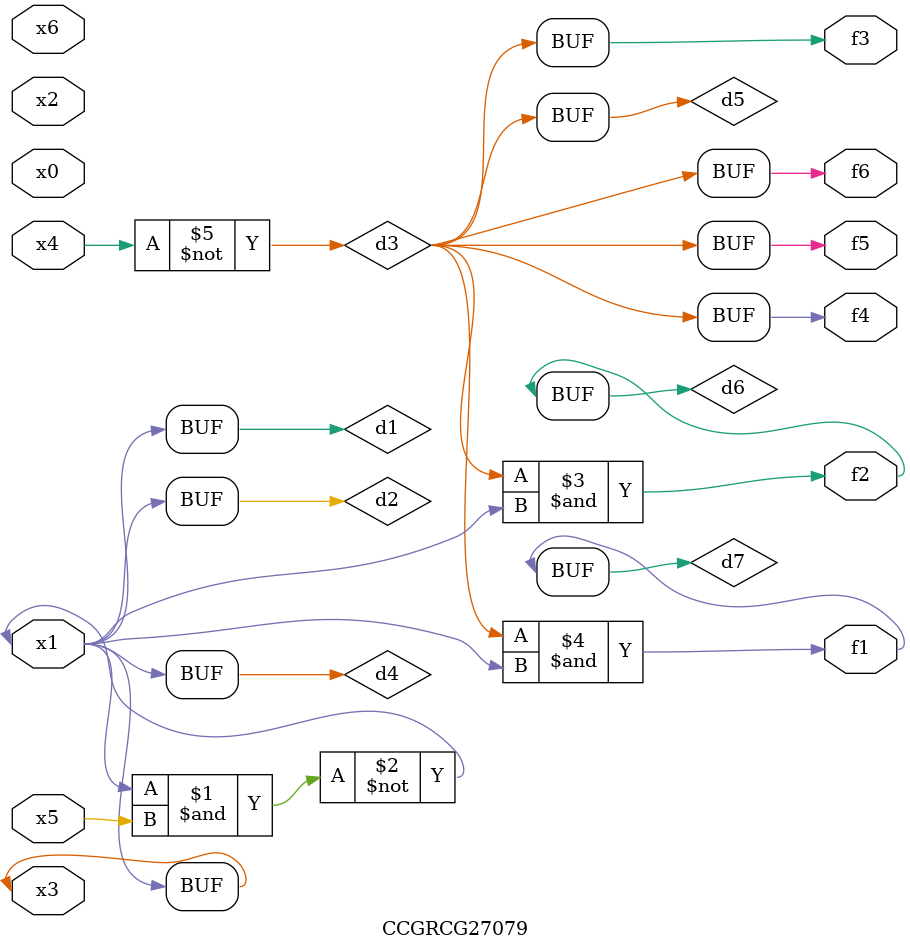
<source format=v>
module CCGRCG27079(
	input x0, x1, x2, x3, x4, x5, x6,
	output f1, f2, f3, f4, f5, f6
);

	wire d1, d2, d3, d4, d5, d6, d7;

	buf (d1, x1, x3);
	nand (d2, x1, x5);
	not (d3, x4);
	buf (d4, d1, d2);
	buf (d5, d3);
	and (d6, d3, d4);
	and (d7, d3, d4);
	assign f1 = d7;
	assign f2 = d6;
	assign f3 = d5;
	assign f4 = d5;
	assign f5 = d5;
	assign f6 = d5;
endmodule

</source>
